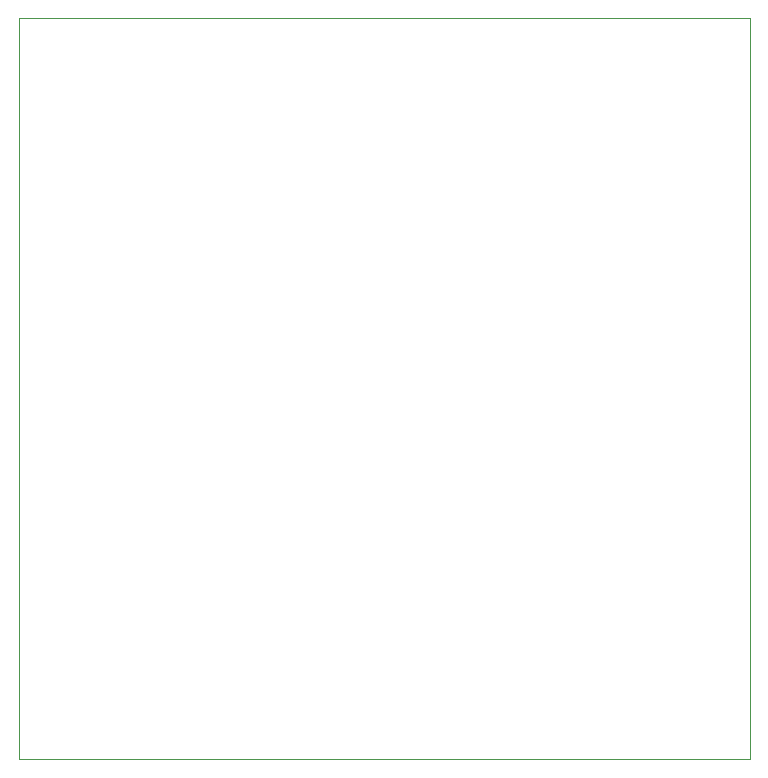
<source format=gbr>
%TF.GenerationSoftware,KiCad,Pcbnew,9.0.2*%
%TF.CreationDate,2025-06-23T11:31:14-05:00*%
%TF.ProjectId,e'sPad,65277350-6164-42e6-9b69-6361645f7063,rev?*%
%TF.SameCoordinates,Original*%
%TF.FileFunction,Profile,NP*%
%FSLAX46Y46*%
G04 Gerber Fmt 4.6, Leading zero omitted, Abs format (unit mm)*
G04 Created by KiCad (PCBNEW 9.0.2) date 2025-06-23 11:31:14*
%MOMM*%
%LPD*%
G01*
G04 APERTURE LIST*
%TA.AperFunction,Profile*%
%ADD10C,0.050000*%
%TD*%
G04 APERTURE END LIST*
D10*
X107156250Y-30131250D02*
X169068750Y-30131250D01*
X169068750Y-92868750D01*
X107156250Y-92868750D01*
X107156250Y-30131250D01*
M02*

</source>
